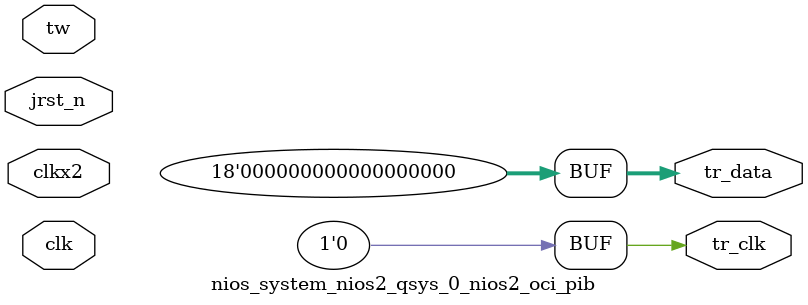
<source format=v>
module nios_system_nios2_qsys_0_nios2_oci_pib (
                                                 clk,
                                                 clkx2,
                                                 jrst_n,
                                                 tw,
                                                 tr_clk,
                                                 tr_data
                                              )
;
  output           tr_clk;
  output  [ 17: 0] tr_data;
  input            clk;
  input            clkx2;
  input            jrst_n;
  input   [ 35: 0] tw;
  wire             phase;
  wire             tr_clk;
  reg              tr_clk_reg ;
  wire    [ 17: 0] tr_data;
  reg     [ 17: 0] tr_data_reg ;
  reg              x1 ;
  reg              x2 ;
  assign phase = x1^x2;
  always @(posedge clk or negedge jrst_n)
    begin
      if (jrst_n == 0)
          x1 <= 0;
      else 
        x1 <= ~x1;
    end
  always @(posedge clkx2 or negedge jrst_n)
    begin
      if (jrst_n == 0)
        begin
          x2 <= 0;
          tr_clk_reg <= 0;
          tr_data_reg <= 0;
        end
      else 
        begin
          x2 <= x1;
          tr_clk_reg <= ~phase;
          tr_data_reg <= phase ?   tw[17 : 0] :   tw[35 : 18];
        end
    end
  assign tr_clk = 0 ? tr_clk_reg : 0;
  assign tr_data = 0 ? tr_data_reg : 0;
endmodule
</source>
